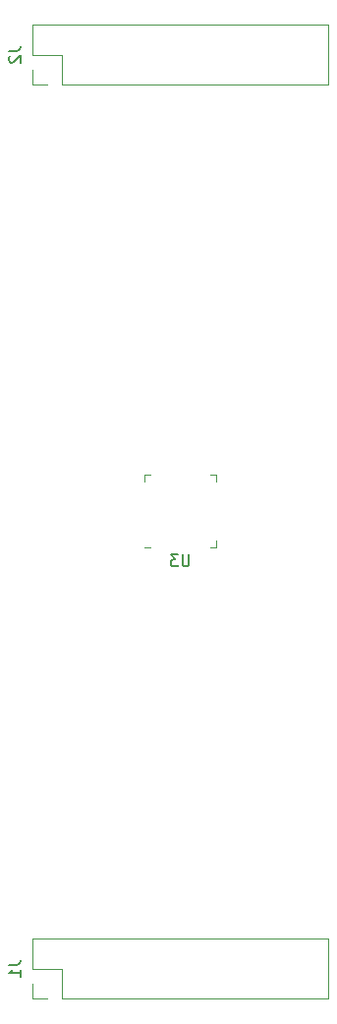
<source format=gbr>
G04 #@! TF.GenerationSoftware,KiCad,Pcbnew,5.99.0-unknown-3100cd3599~128~ubuntu20.04.1*
G04 #@! TF.CreationDate,2021-06-01T14:38:41+02:00*
G04 #@! TF.ProjectId,esp32,65737033-322e-46b6-9963-61645f706362,rev?*
G04 #@! TF.SameCoordinates,Original*
G04 #@! TF.FileFunction,Legend,Bot*
G04 #@! TF.FilePolarity,Positive*
%FSLAX46Y46*%
G04 Gerber Fmt 4.6, Leading zero omitted, Abs format (unit mm)*
G04 Created by KiCad (PCBNEW 5.99.0-unknown-3100cd3599~128~ubuntu20.04.1) date 2021-06-01 14:38:41*
%MOMM*%
%LPD*%
G01*
G04 APERTURE LIST*
%ADD10C,0.150000*%
%ADD11C,0.120000*%
G04 APERTURE END LIST*
D10*
X63011904Y-118002380D02*
X63011904Y-118811904D01*
X62964285Y-118907142D01*
X62916666Y-118954761D01*
X62821428Y-119002380D01*
X62630952Y-119002380D01*
X62535714Y-118954761D01*
X62488095Y-118907142D01*
X62440476Y-118811904D01*
X62440476Y-118002380D01*
X62059523Y-118002380D02*
X61440476Y-118002380D01*
X61773809Y-118383333D01*
X61630952Y-118383333D01*
X61535714Y-118430952D01*
X61488095Y-118478571D01*
X61440476Y-118573809D01*
X61440476Y-118811904D01*
X61488095Y-118907142D01*
X61535714Y-118954761D01*
X61630952Y-119002380D01*
X61916666Y-119002380D01*
X62011904Y-118954761D01*
X62059523Y-118907142D01*
X47482380Y-74596666D02*
X48196666Y-74596666D01*
X48339523Y-74549047D01*
X48434761Y-74453809D01*
X48482380Y-74310952D01*
X48482380Y-74215714D01*
X47577619Y-75025238D02*
X47530000Y-75072857D01*
X47482380Y-75168095D01*
X47482380Y-75406190D01*
X47530000Y-75501428D01*
X47577619Y-75549047D01*
X47672857Y-75596666D01*
X47768095Y-75596666D01*
X47910952Y-75549047D01*
X48482380Y-74977619D01*
X48482380Y-75596666D01*
X47482380Y-153336666D02*
X48196666Y-153336666D01*
X48339523Y-153289047D01*
X48434761Y-153193809D01*
X48482380Y-153050952D01*
X48482380Y-152955714D01*
X48482380Y-154336666D02*
X48482380Y-153765238D01*
X48482380Y-154050952D02*
X47482380Y-154050952D01*
X47625238Y-153955714D01*
X47720476Y-153860476D01*
X47768095Y-153765238D01*
D11*
X64810000Y-111140000D02*
X65360000Y-111140000D01*
X59140000Y-111140000D02*
X59140000Y-111690000D01*
X65360000Y-117360000D02*
X65360000Y-116810000D01*
X59690000Y-111140000D02*
X59140000Y-111140000D01*
X65360000Y-111140000D02*
X65360000Y-111690000D01*
X59690000Y-117360000D02*
X59140000Y-117360000D01*
X64810000Y-117360000D02*
X65360000Y-117360000D01*
X52070000Y-74930000D02*
X52070000Y-77530000D01*
X49470000Y-72330000D02*
X74990000Y-72330000D01*
X49470000Y-77530000D02*
X50800000Y-77530000D01*
X49470000Y-72330000D02*
X49470000Y-74930000D01*
X49470000Y-76200000D02*
X49470000Y-77530000D01*
X49470000Y-74930000D02*
X52070000Y-74930000D01*
X74990000Y-72330000D02*
X74990000Y-77530000D01*
X52070000Y-77530000D02*
X74990000Y-77530000D01*
X49470000Y-154940000D02*
X49470000Y-156270000D01*
X49470000Y-151070000D02*
X74990000Y-151070000D01*
X74990000Y-151070000D02*
X74990000Y-156270000D01*
X52070000Y-156270000D02*
X74990000Y-156270000D01*
X49470000Y-156270000D02*
X50800000Y-156270000D01*
X49470000Y-153670000D02*
X52070000Y-153670000D01*
X49470000Y-151070000D02*
X49470000Y-153670000D01*
X52070000Y-153670000D02*
X52070000Y-156270000D01*
M02*

</source>
